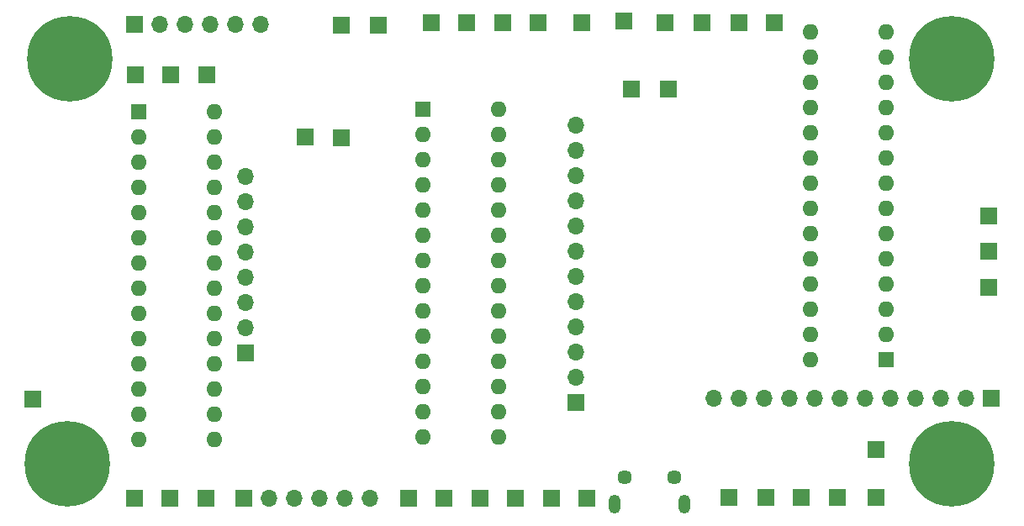
<source format=gbr>
%TF.GenerationSoftware,KiCad,Pcbnew,(6.0.2)*%
%TF.CreationDate,2022-03-17T16:11:47+00:00*%
%TF.ProjectId,PROJ324-Ard1,50524f4a-3332-4342-9d41-7264312e6b69,rev?*%
%TF.SameCoordinates,Original*%
%TF.FileFunction,Soldermask,Bot*%
%TF.FilePolarity,Negative*%
%FSLAX46Y46*%
G04 Gerber Fmt 4.6, Leading zero omitted, Abs format (unit mm)*
G04 Created by KiCad (PCBNEW (6.0.2)) date 2022-03-17 16:11:47*
%MOMM*%
%LPD*%
G01*
G04 APERTURE LIST*
%ADD10R,1.700000X1.700000*%
%ADD11C,1.450000*%
%ADD12O,1.200000X1.900000*%
%ADD13O,1.700000X1.700000*%
%ADD14C,8.600000*%
%ADD15C,0.900000*%
%ADD16R,1.600000X1.600000*%
%ADD17O,1.600000X1.600000*%
G04 APERTURE END LIST*
D10*
%TO.C,J33*%
X184700000Y-35400000D03*
%TD*%
%TO.C,J44*%
X210170000Y-41860000D03*
%TD*%
%TO.C,J21*%
X221000000Y-35200000D03*
%TD*%
%TO.C,J27*%
X190000000Y-35200000D03*
%TD*%
%TO.C,J12*%
X227300000Y-83000000D03*
%TD*%
%TO.C,J20*%
X205700000Y-83100000D03*
%TD*%
D11*
%TO.C,J1*%
X209510000Y-80967500D03*
D12*
X215510000Y-83667500D03*
X208510000Y-83667500D03*
D11*
X214510000Y-80967500D03*
%TD*%
D10*
%TO.C,J45*%
X234780000Y-83040000D03*
%TD*%
%TO.C,J38*%
X198500000Y-83100000D03*
%TD*%
%TO.C,J40*%
X213900000Y-41830000D03*
%TD*%
%TO.C,J18*%
X202100000Y-83100000D03*
%TD*%
%TO.C,J24*%
X209400000Y-35000000D03*
%TD*%
%TO.C,J32*%
X163800000Y-40400000D03*
%TD*%
%TO.C,J22*%
X191300000Y-83100000D03*
%TD*%
%TO.C,J9*%
X213600000Y-35200000D03*
%TD*%
%TO.C,J26*%
X200800000Y-35200000D03*
%TD*%
%TO.C,J30*%
X160200000Y-40400000D03*
%TD*%
%TO.C,J4*%
X204600000Y-73400000D03*
D13*
X204600000Y-70860000D03*
X204600000Y-68320000D03*
X204600000Y-65780000D03*
X204600000Y-63240000D03*
X204600000Y-60700000D03*
X204600000Y-58160000D03*
X204600000Y-55620000D03*
X204600000Y-53080000D03*
X204600000Y-50540000D03*
X204600000Y-48000000D03*
X204600000Y-45460000D03*
%TD*%
D10*
%TO.C,J16*%
X246200000Y-54600000D03*
%TD*%
%TO.C,J42*%
X180940000Y-46760000D03*
%TD*%
%TO.C,J41*%
X234820000Y-78160000D03*
%TD*%
D14*
%TO.C,H3*%
X242400000Y-79600000D03*
D15*
X242400000Y-76375000D03*
X240119581Y-81880419D03*
X239175000Y-79600000D03*
X244680419Y-77319581D03*
X245625000Y-79600000D03*
X240119581Y-77319581D03*
X244680419Y-81880419D03*
X242400000Y-82825000D03*
%TD*%
%TO.C,H2*%
X151119581Y-81880419D03*
D14*
X153400000Y-79600000D03*
D15*
X155680419Y-77319581D03*
X156625000Y-79600000D03*
X153400000Y-76375000D03*
X151119581Y-77319581D03*
X155680419Y-81880419D03*
X150175000Y-79600000D03*
X153400000Y-82825000D03*
%TD*%
D10*
%TO.C,J17*%
X187700000Y-83100000D03*
%TD*%
%TO.C,J6*%
X160180000Y-35300000D03*
D13*
X162720000Y-35300000D03*
X165260000Y-35300000D03*
X167800000Y-35300000D03*
X170340000Y-35300000D03*
X172880000Y-35300000D03*
%TD*%
D10*
%TO.C,J14*%
X163700000Y-83100000D03*
%TD*%
D16*
%TO.C,U5*%
X160600000Y-44100000D03*
D17*
X160600000Y-46640000D03*
X160600000Y-49180000D03*
X160600000Y-51720000D03*
X160600000Y-54260000D03*
X160600000Y-56800000D03*
X160600000Y-59340000D03*
X160600000Y-61880000D03*
X160600000Y-64420000D03*
X160600000Y-66960000D03*
X160600000Y-69500000D03*
X160600000Y-72040000D03*
X160600000Y-74580000D03*
X160600000Y-77120000D03*
X168220000Y-77120000D03*
X168220000Y-74580000D03*
X168220000Y-72040000D03*
X168220000Y-69500000D03*
X168220000Y-66960000D03*
X168220000Y-64420000D03*
X168220000Y-61880000D03*
X168220000Y-59340000D03*
X168220000Y-56800000D03*
X168220000Y-54260000D03*
X168220000Y-51720000D03*
X168220000Y-49180000D03*
X168220000Y-46640000D03*
X168220000Y-44100000D03*
%TD*%
D15*
%TO.C,H4*%
X244680419Y-36519581D03*
X245625000Y-38800000D03*
D14*
X242400000Y-38800000D03*
D15*
X242400000Y-35575000D03*
X244680419Y-41080419D03*
X242400000Y-42025000D03*
X239175000Y-38800000D03*
X240119581Y-36519581D03*
X240119581Y-41080419D03*
%TD*%
D10*
%TO.C,J35*%
X167400000Y-40400000D03*
%TD*%
%TO.C,J37*%
X167300000Y-83100000D03*
%TD*%
%TO.C,J23*%
X181000000Y-35400000D03*
%TD*%
%TO.C,J7*%
X171300000Y-68475000D03*
D13*
X171300000Y-65935000D03*
X171300000Y-63395000D03*
X171300000Y-60855000D03*
X171300000Y-58315000D03*
X171300000Y-55775000D03*
X171300000Y-53235000D03*
X171300000Y-50695000D03*
%TD*%
D10*
%TO.C,J10*%
X220000000Y-83000000D03*
%TD*%
%TO.C,J29*%
X197200000Y-35200000D03*
%TD*%
%TO.C,J19*%
X224600000Y-35200000D03*
%TD*%
%TO.C,J13*%
X230900000Y-83000000D03*
%TD*%
%TO.C,J31*%
X246200000Y-61800000D03*
%TD*%
%TO.C,J8*%
X217300000Y-35200000D03*
%TD*%
D16*
%TO.C,U4*%
X189200000Y-43900000D03*
D17*
X189200000Y-46440000D03*
X189200000Y-48980000D03*
X189200000Y-51520000D03*
X189200000Y-54060000D03*
X189200000Y-56600000D03*
X189200000Y-59140000D03*
X189200000Y-61680000D03*
X189200000Y-64220000D03*
X189200000Y-66760000D03*
X189200000Y-69300000D03*
X189200000Y-71840000D03*
X189200000Y-74380000D03*
X189200000Y-76920000D03*
X196820000Y-76920000D03*
X196820000Y-74380000D03*
X196820000Y-71840000D03*
X196820000Y-69300000D03*
X196820000Y-66760000D03*
X196820000Y-64220000D03*
X196820000Y-61680000D03*
X196820000Y-59140000D03*
X196820000Y-56600000D03*
X196820000Y-54060000D03*
X196820000Y-51520000D03*
X196820000Y-48980000D03*
X196820000Y-46440000D03*
X196820000Y-43900000D03*
%TD*%
D10*
%TO.C,J28*%
X193600000Y-35200000D03*
%TD*%
%TO.C,J36*%
X149900000Y-73100000D03*
%TD*%
D15*
%TO.C,H1*%
X151319581Y-36519581D03*
D14*
X153600000Y-38800000D03*
D15*
X151319581Y-41080419D03*
X155880419Y-41080419D03*
X150375000Y-38800000D03*
X155880419Y-36519581D03*
X153600000Y-35575000D03*
X153600000Y-42025000D03*
X156825000Y-38800000D03*
%TD*%
D10*
%TO.C,J39*%
X160100000Y-83100000D03*
%TD*%
%TO.C,J15*%
X194900000Y-83100000D03*
%TD*%
%TO.C,J43*%
X177290000Y-46720000D03*
%TD*%
D16*
%TO.C,U3*%
X235800000Y-69100000D03*
D17*
X235800000Y-66560000D03*
X235800000Y-64020000D03*
X235800000Y-61480000D03*
X235800000Y-58940000D03*
X235800000Y-56400000D03*
X235800000Y-53860000D03*
X235800000Y-51320000D03*
X235800000Y-48780000D03*
X235800000Y-46240000D03*
X235800000Y-43700000D03*
X235800000Y-41160000D03*
X235800000Y-38620000D03*
X235800000Y-36080000D03*
X228180000Y-36080000D03*
X228180000Y-38620000D03*
X228180000Y-41160000D03*
X228180000Y-43700000D03*
X228180000Y-46240000D03*
X228180000Y-48780000D03*
X228180000Y-51320000D03*
X228180000Y-53860000D03*
X228180000Y-56400000D03*
X228180000Y-58940000D03*
X228180000Y-61480000D03*
X228180000Y-64020000D03*
X228180000Y-66560000D03*
X228180000Y-69100000D03*
%TD*%
D10*
%TO.C,J25*%
X205200000Y-35200000D03*
%TD*%
%TO.C,J34*%
X246200000Y-58200000D03*
%TD*%
%TO.C,J3*%
X246450000Y-73000000D03*
D13*
X243910000Y-73000000D03*
X241370000Y-73000000D03*
X238830000Y-73000000D03*
X236290000Y-73000000D03*
X233750000Y-73000000D03*
X231210000Y-73000000D03*
X228670000Y-73000000D03*
X226130000Y-73000000D03*
X223590000Y-73000000D03*
X221050000Y-73000000D03*
X218510000Y-73000000D03*
%TD*%
D10*
%TO.C,J11*%
X223700000Y-83000000D03*
%TD*%
%TO.C,J5*%
X171150000Y-83100000D03*
D13*
X173690000Y-83100000D03*
X176230000Y-83100000D03*
X178770000Y-83100000D03*
X181310000Y-83100000D03*
X183850000Y-83100000D03*
%TD*%
M02*

</source>
